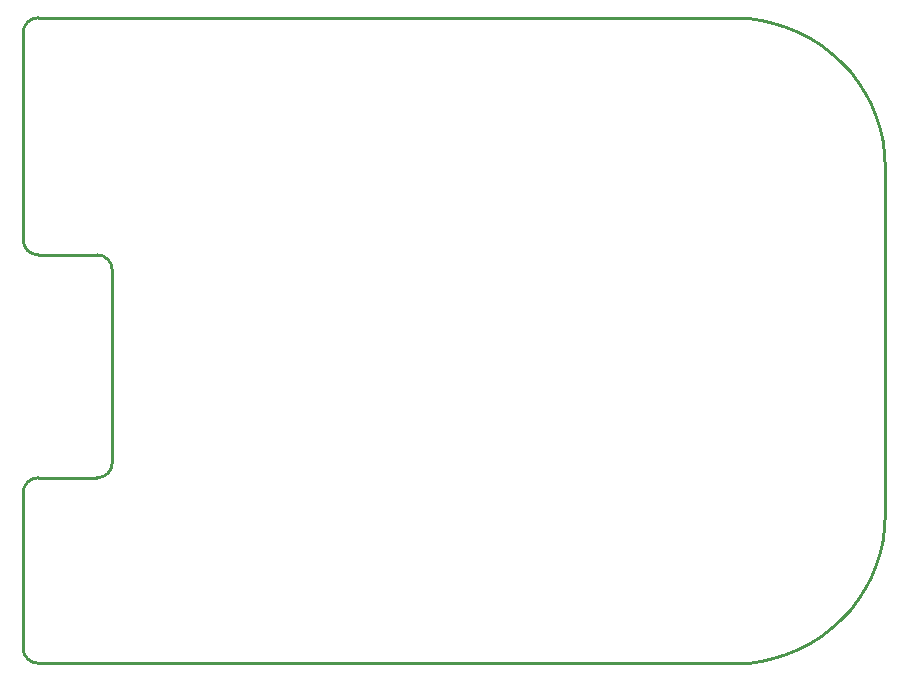
<source format=gko>
G04*
G04 #@! TF.GenerationSoftware,Altium Limited,Altium Designer,19.1.8 (144)*
G04*
G04 Layer_Color=16711935*
%FSLAX44Y44*%
%MOMM*%
G71*
G01*
G75*
%ADD15C,0.2540*%
D15*
X-344678Y283544D02*
G03*
X-357378Y270844I0J-12700D01*
G01*
Y95504D02*
G03*
X-344678Y82804I12700J0D01*
G01*
X-281940Y70104D02*
G03*
X-294640Y82804I-12700J0D01*
G01*
Y-105918D02*
G03*
X-281940Y-93218I0J12700D01*
G01*
X-344678Y-105918D02*
G03*
X-357378Y-118618I0J-12700D01*
G01*
Y-250211D02*
G03*
X-344678Y-262911I12700J0D01*
G01*
X-269568Y283544D02*
X244925Y283636D01*
X256015Y283152D01*
X267021Y281703D01*
X277859Y279300D01*
X288446Y275962D01*
X298702Y271714D01*
X308549Y266588D01*
X317911Y260624D01*
X326718Y253866D01*
X334903Y246366D01*
X342402Y238182D01*
X349160Y229375D01*
X355125Y220012D01*
X360251Y210165D01*
X364499Y199909D01*
X367837Y189322D01*
X370239Y178484D01*
X371688Y167479D01*
X372173Y156388D01*
X372052D02*
X372173D01*
X372052D02*
X372173Y-135712D01*
X371688Y-146802D02*
X372173Y-135712D01*
X370239Y-157808D02*
X371688Y-146802D01*
X367837Y-168646D02*
X370239Y-157808D01*
X364499Y-179233D02*
X367837Y-168646D01*
X360251Y-189489D02*
X364499Y-179233D01*
X355125Y-199336D02*
X360251Y-189489D01*
X349160Y-208699D02*
X355125Y-199336D01*
X342402Y-217505D02*
X349160Y-208699D01*
X334903Y-225690D02*
X342402Y-217505D01*
X326718Y-233190D02*
X334903Y-225690D01*
X317911Y-239947D02*
X326718Y-233190D01*
X308549Y-245912D02*
X317911Y-239947D01*
X298702Y-251038D02*
X308549Y-245912D01*
X288446Y-255286D02*
X298702Y-251038D01*
X277859Y-258624D02*
X288446Y-255286D01*
X267021Y-261027D02*
X277859Y-258624D01*
X256015Y-262476D02*
X267021Y-261027D01*
X244925Y-262960D02*
X256015Y-262476D01*
X244925Y-262960D02*
Y-262839D01*
X-237523Y-262911D02*
X244925Y-262839D01*
X-344678Y283544D02*
X-269568D01*
X-357378Y95504D02*
Y270844D01*
X-344678Y82804D02*
X-294640D01*
X-281940Y-93218D02*
Y70104D01*
X-344678Y-105918D02*
X-294640D01*
X-357378Y-250211D02*
Y-118618D01*
X-344678Y-262911D02*
X-237523D01*
M02*

</source>
